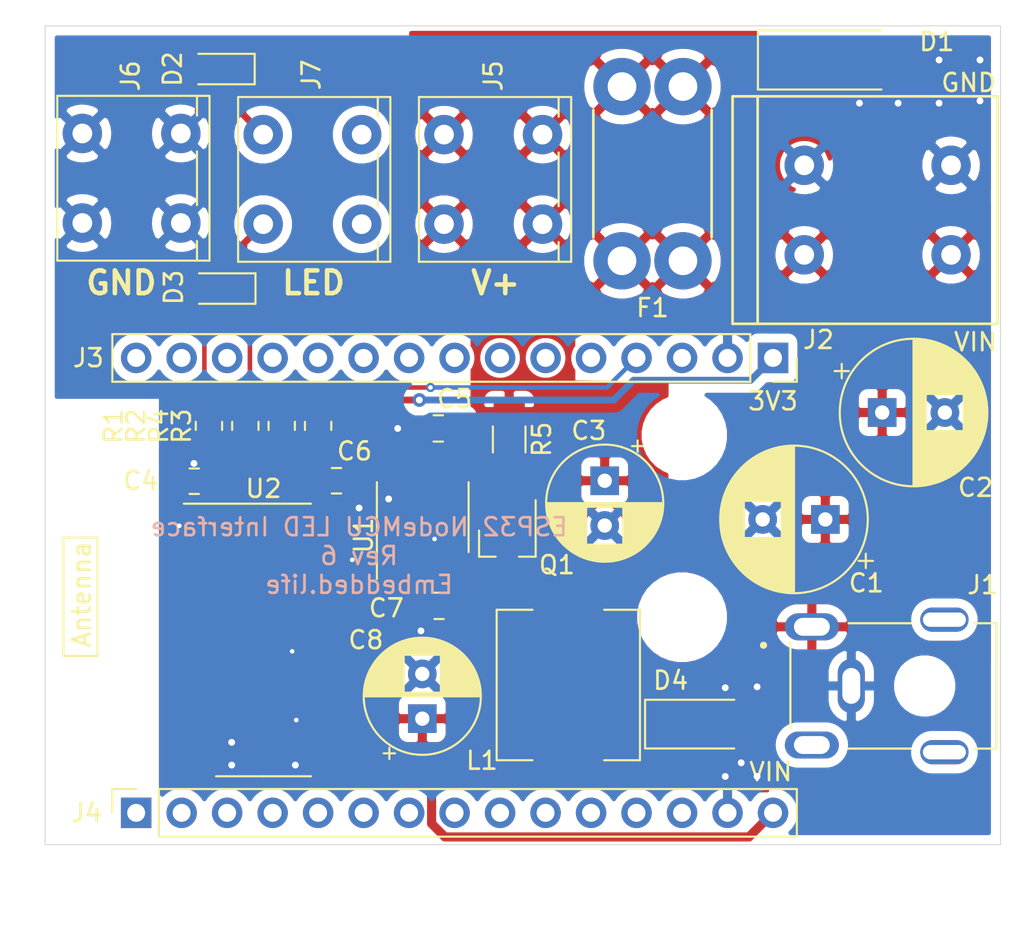
<source format=kicad_pcb>
(kicad_pcb (version 20171130) (host pcbnew "(5.1.12)-1")
  (layers (0 F.Cu signal) (31 B.Cu signal) (34 B.Paste user) (35 F.Paste user) (36 B.SilkS user) (37 F.SilkS user) (38 B.Mask user) (39 F.Mask user) (44 Edge.Cuts user))
  (net 0 "")
  (net 1 GND)
  (net 2 +12V)
  (net 3 +5V)
  (net 4 +3V3)
  (net 5 /LED_CHAN_0)
  (net 6 "Net-(R1-Pad1)")
  (net 7 "Net-(C1-Pad1)")
  (net 8 /LED_CHAN_0_5V_A)
  (net 9 /LED_CHAN_0_5V_B)
  (net 10 "Net-(R2-Pad1)")
  (net 11 "Net-(R3-Pad2)")
  (net 12 "Net-(R4-Pad2)")
  (net 13 "Net-(C7-Pad1)")
  (net 14 "Net-(D4-Pad1)")
  (net 15 "Net-(Q1-Pad1)")
  (net 16 "Net-(Q1-Pad2)")
  (module Capacitor_THT:CP_Radial_D8.0mm_P3.50mm (layer F.Cu) (at 138.176 125.73)
    (fp_text reference C2 (at 5.207 4.191) (layer F.SilkS))
    (fp_text value 470u)
    (pad 2 thru_hole circle (at 3.5 0) (size 1.6 1.6) (drill 0.8) (layers *.Cu *.Mask) (net 1 GND))
    (pad 1 thru_hole rect (at 0 0) (size 1.6 1.6) (drill 0.8) (layers *.Cu *.Mask) (net 7 "Net-(C1-Pad1)"))
  )
  (module Capacitor_THT:CP_Radial_D8.0mm_P3.50mm (layer F.Cu) (at 135.001 131.699 180)
    (fp_text reference C1 (at -2.286 -3.556) (layer F.SilkS))
    (fp_text value 470u)
    (pad 2 thru_hole circle (at 3.5 0 180) (size 1.6 1.6) (drill 0.8) (layers *.Cu *.Mask) (net 1 GND))
    (pad 1 thru_hole rect (at 0 0 180) (size 1.6 1.6) (drill 0.8) (layers *.Cu *.Mask) (net 7 "Net-(C1-Pad1)"))
  )
  (module Connector_PinSocket_2.54mm:PinSocket_1x15_P2.54mm_Vertical (layer F.Cu) (at 132.08 122.682 270)
    (fp_text reference J3 (at 0 38.227 180) (layer F.SilkS))
    (fp_text value Conn_01x15_Female)
    (pad 15 thru_hole oval (at 0 35.56 270) (size 1.7 1.7) (drill 1) (layers *.Cu *.Mask))
    (pad 14 thru_hole oval (at 0 33.02 270) (size 1.7 1.7) (drill 1) (layers *.Cu *.Mask))
    (pad 13 thru_hole oval (at 0 30.48 270) (size 1.7 1.7) (drill 1) (layers *.Cu *.Mask))
    (pad 12 thru_hole oval (at 0 27.94 270) (size 1.7 1.7) (drill 1) (layers *.Cu *.Mask))
    (pad 11 thru_hole oval (at 0 25.4 270) (size 1.7 1.7) (drill 1) (layers *.Cu *.Mask))
    (pad 10 thru_hole oval (at 0 22.86 270) (size 1.7 1.7) (drill 1) (layers *.Cu *.Mask))
    (pad 9 thru_hole oval (at 0 20.32 270) (size 1.7 1.7) (drill 1) (layers *.Cu *.Mask))
    (pad 8 thru_hole oval (at 0 17.78 270) (size 1.7 1.7) (drill 1) (layers *.Cu *.Mask))
    (pad 7 thru_hole oval (at 0 15.24 270) (size 1.7 1.7) (drill 1) (layers *.Cu *.Mask))
    (pad 6 thru_hole oval (at 0 12.7 270) (size 1.7 1.7) (drill 1) (layers *.Cu *.Mask))
    (pad 5 thru_hole oval (at 0 10.16 270) (size 1.7 1.7) (drill 1) (layers *.Cu *.Mask))
    (pad 4 thru_hole oval (at 0 7.62 270) (size 1.7 1.7) (drill 1) (layers *.Cu *.Mask) (net 5 /LED_CHAN_0))
    (pad 3 thru_hole oval (at 0 5.08 270) (size 1.7 1.7) (drill 1) (layers *.Cu *.Mask))
    (pad 2 thru_hole oval (at 0 2.54 270) (size 1.7 1.7) (drill 1) (layers *.Cu *.Mask) (net 1 GND))
    (pad 1 thru_hole rect (at 0 0 270) (size 1.7 1.7) (drill 1) (layers *.Cu *.Mask) (net 4 +3V3))
  )
  (module Package_SO:SO-24_5.3x15mm_P1.27mm (layer F.Cu) (at 103.632 138.43)
    (fp_text reference U2 (at 0 -8.45) (layer F.SilkS))
    (fp_text value 74LVC4245A)
    (pad 24 smd roundrect (at 3.4625 -6.985) (size 1.975 0.6) (layers F.Cu F.Paste F.Mask) (net 4 +3V3))
    (pad 23 smd roundrect (at 3.4625 -5.715) (size 1.975 0.6) (layers F.Cu F.Paste F.Mask))
    (pad 22 smd roundrect (at 3.4625 -4.445) (size 1.975 0.6) (layers F.Cu F.Paste F.Mask) (net 1 GND))
    (pad 21 smd roundrect (at 3.4625 -3.175) (size 1.975 0.6) (layers F.Cu F.Paste F.Mask) (net 11 "Net-(R3-Pad2)"))
    (pad 20 smd roundrect (at 3.4625 -1.905) (size 1.975 0.6) (layers F.Cu F.Paste F.Mask) (net 12 "Net-(R4-Pad2)"))
    (pad 19 smd roundrect (at 3.4625 -0.635) (size 1.975 0.6) (layers F.Cu F.Paste F.Mask) (net 1 GND))
    (pad 18 smd roundrect (at 3.4625 0.635) (size 1.975 0.6) (layers F.Cu F.Paste F.Mask) (net 1 GND))
    (pad 17 smd roundrect (at 3.4625 1.905) (size 1.975 0.6) (layers F.Cu F.Paste F.Mask) (net 1 GND))
    (pad 16 smd roundrect (at 3.4625 3.175) (size 1.975 0.6) (layers F.Cu F.Paste F.Mask) (net 1 GND))
    (pad 15 smd roundrect (at 3.4625 4.445) (size 1.975 0.6) (layers F.Cu F.Paste F.Mask) (net 1 GND))
    (pad 14 smd roundrect (at 3.4625 5.715) (size 1.975 0.6) (layers F.Cu F.Paste F.Mask) (net 1 GND))
    (pad 13 smd roundrect (at 3.4625 6.985) (size 1.975 0.6) (layers F.Cu F.Paste F.Mask) (net 1 GND))
    (pad 12 smd roundrect (at -3.4625 6.985) (size 1.975 0.6) (layers F.Cu F.Paste F.Mask) (net 1 GND))
    (pad 11 smd roundrect (at -3.4625 5.715) (size 1.975 0.6) (layers F.Cu F.Paste F.Mask) (net 1 GND))
    (pad 10 smd roundrect (at -3.4625 4.445) (size 1.975 0.6) (layers F.Cu F.Paste F.Mask))
    (pad 9 smd roundrect (at -3.4625 3.175) (size 1.975 0.6) (layers F.Cu F.Paste F.Mask))
    (pad 8 smd roundrect (at -3.4625 1.905) (size 1.975 0.6) (layers F.Cu F.Paste F.Mask))
    (pad 7 smd roundrect (at -3.4625 0.635) (size 1.975 0.6) (layers F.Cu F.Paste F.Mask))
    (pad 6 smd roundrect (at -3.4625 -0.635) (size 1.975 0.6) (layers F.Cu F.Paste F.Mask))
    (pad 5 smd roundrect (at -3.4625 -1.905) (size 1.975 0.6) (layers F.Cu F.Paste F.Mask))
    (pad 4 smd roundrect (at -3.4625 -3.175) (size 1.975 0.6) (layers F.Cu F.Paste F.Mask) (net 10 "Net-(R2-Pad1)"))
    (pad 3 smd roundrect (at -3.4625 -4.445) (size 1.975 0.6) (layers F.Cu F.Paste F.Mask) (net 6 "Net-(R1-Pad1)"))
    (pad 2 smd roundrect (at -3.4625 -5.715) (size 1.975 0.6) (layers F.Cu F.Paste F.Mask) (net 1 GND))
    (pad 1 smd roundrect (at -3.4625 -6.985) (size 1.975 0.6) (layers F.Cu F.Paste F.Mask) (net 3 +5V))
  )
  (module Capacitor_THT:CP_Radial_D6.3mm_P2.50mm (layer F.Cu) (at 112.4966 142.8242 90)
    (fp_text reference C8 (at 4.3942 -3.1496 180) (layer F.SilkS))
    (fp_text value 47u)
    (pad 2 thru_hole circle (at 2.5 0 90) (size 1.6 1.6) (drill 0.8) (layers *.Cu *.Mask) (net 1 GND))
    (pad 1 thru_hole rect (at 0 0 90) (size 1.6 1.6) (drill 0.8) (layers *.Cu *.Mask) (net 3 +5V))
  )
  (module Capacitor_THT:CP_Radial_D6.3mm_P2.50mm (layer F.Cu) (at 122.682 129.54 270)
    (fp_text reference C3 (at -2.794 0.889 180) (layer F.SilkS))
    (fp_text value 47u)
    (pad 2 thru_hole circle (at 2.5 0 270) (size 1.6 1.6) (drill 0.8) (layers *.Cu *.Mask) (net 1 GND))
    (pad 1 thru_hole rect (at 0 0 270) (size 1.6 1.6) (drill 0.8) (layers *.Cu *.Mask) (net 2 +12V))
  )
  (module Local_Lib:ETQ-P5M470YFM (layer F.Cu) (at 120.65 140.9446 270)
    (fp_text reference L1 (at 4.2164 4.826 180) (layer F.SilkS))
    (fp_text value 33uH)
    (pad 2 smd rect (at 3.2 0 270) (size 3.6 3.6) (layers F.Cu F.Paste F.Mask) (net 3 +5V))
    (pad 1 smd rect (at -3.2 0 270) (size 3.6 3.6) (layers F.Cu F.Paste F.Mask) (net 14 "Net-(D4-Pad1)"))
  )
  (module Capacitor_SMD:C_0805_2012Metric_Pad1.18x1.45mm_HandSolder (layer F.Cu) (at 113.4325 136.525 180)
    (fp_text reference C7 (at 2.9425 -0.127) (layer F.SilkS))
    (fp_text value .1u)
    (pad 2 smd roundrect (at 1.0375 0 180) (size 1.175 1.45) (layers F.Cu F.Paste F.Mask) (roundrect_rratio 0.212766) (net 1 GND))
    (pad 1 smd roundrect (at -1.0375 0 180) (size 1.175 1.45) (layers F.Cu F.Paste F.Mask) (roundrect_rratio 0.212766) (net 13 "Net-(C7-Pad1)"))
  )
  (module Diode_SMD:D_SOD-128 (layer F.Cu) (at 128.016 143.129)
    (fp_text reference D4 (at -1.651 -2.4384) (layer F.SilkS))
    (fp_text value ‎PMEG6030EVPX‎)
    (pad 2 smd rect (at 2.2 0) (size 1.4 2.1) (layers F.Cu F.Paste F.Mask) (net 1 GND))
    (pad 1 smd rect (at -2.2 0) (size 1.4 2.1) (layers F.Cu F.Paste F.Mask) (net 14 "Net-(D4-Pad1)"))
  )
  (module Package_TO_SOT_SMD:SOT-23_Handsoldering (layer F.Cu) (at 117.2464 133.0198 270)
    (fp_text reference Q1 (at 1.2192 -2.7686) (layer F.SilkS))
    (fp_text value Q_PMOS_GSD)
    (pad 3 smd rect (at 1.5 0 270) (size 1.9 0.8) (layers F.Cu F.Paste F.Mask) (net 14 "Net-(D4-Pad1)"))
    (pad 2 smd rect (at -1.5 0.95 270) (size 1.9 0.8) (layers F.Cu F.Paste F.Mask) (net 16 "Net-(Q1-Pad2)"))
    (pad 1 smd rect (at -1.5 -0.95 270) (size 1.9 0.8) (layers F.Cu F.Paste F.Mask) (net 15 "Net-(Q1-Pad1)"))
  )
  (module Resistor_SMD:R_1206_3216Metric_Pad1.30x1.75mm_HandSolder (layer F.Cu) (at 117.348 127.2292 270)
    (fp_text reference R5 (at 0 -1.82 90) (layer F.SilkS))
    (fp_text value 50m)
    (pad 2 smd roundrect (at 1.55 0 270) (size 1.3 1.75) (layers F.Cu F.Paste F.Mask) (roundrect_rratio 0.192308) (net 16 "Net-(Q1-Pad2)"))
    (pad 1 smd roundrect (at -1.55 0 270) (size 1.3 1.75) (layers F.Cu F.Paste F.Mask) (roundrect_rratio 0.192308) (net 2 +12V))
  )
  (module Package_SO:SO-8_3.9x4.9mm_P1.27mm (layer F.Cu) (at 112.522 131.572 90)
    (fp_text reference U1 (at -1.016 -3.302 90) (layer F.SilkS))
    (fp_text value MAX1626)
    (pad 8 smd roundrect (at 2.575 -1.905 90) (size 1.75 0.6) (layers F.Cu F.Paste F.Mask) (net 1 GND))
    (pad 7 smd roundrect (at 2.575 -0.635 90) (size 1.75 0.6) (layers F.Cu F.Paste F.Mask) (net 15 "Net-(Q1-Pad1)"))
    (pad 6 smd roundrect (at 2.575 0.635 90) (size 1.75 0.6) (layers F.Cu F.Paste F.Mask) (net 16 "Net-(Q1-Pad2)"))
    (pad 5 smd roundrect (at 2.575 1.905 90) (size 1.75 0.6) (layers F.Cu F.Paste F.Mask) (net 2 +12V))
    (pad 4 smd roundrect (at -2.575 1.905 90) (size 1.75 0.6) (layers F.Cu F.Paste F.Mask) (net 13 "Net-(C7-Pad1)"))
    (pad 3 smd roundrect (at -2.575 0.635 90) (size 1.75 0.6) (layers F.Cu F.Paste F.Mask) (net 1 GND))
    (pad 2 smd roundrect (at -2.575 -0.635 90) (size 1.75 0.6) (layers F.Cu F.Paste F.Mask) (net 2 +12V))
    (pad 1 smd roundrect (at -2.575 -1.905 90) (size 1.75 0.6) (layers F.Cu F.Paste F.Mask) (net 3 +5V))
  )
  (module Resistor_SMD:R_0805_2012Metric_Pad1.20x1.40mm_HandSolder (layer F.Cu) (at 104.648 126.476 270)
    (fp_text reference R4 (at 0.016 6.858 90) (layer F.SilkS))
    (fp_text value 1k)
    (pad 2 smd roundrect (at 1 0 270) (size 1.2 1.4) (layers F.Cu F.Paste F.Mask) (roundrect_rratio 0.208333) (net 12 "Net-(R4-Pad2)"))
    (pad 1 smd roundrect (at -1 0 270) (size 1.2 1.4) (layers F.Cu F.Paste F.Mask) (roundrect_rratio 0.208333) (net 5 /LED_CHAN_0))
  )
  (module Resistor_SMD:R_0805_2012Metric_Pad1.20x1.40mm_HandSolder (layer F.Cu) (at 106.68 126.476 270)
    (fp_text reference R3 (at 0.016 7.62 90) (layer F.SilkS))
    (fp_text value 1k)
    (pad 2 smd roundrect (at 1 0 270) (size 1.2 1.4) (layers F.Cu F.Paste F.Mask) (roundrect_rratio 0.208333) (net 11 "Net-(R3-Pad2)"))
    (pad 1 smd roundrect (at -1 0 270) (size 1.2 1.4) (layers F.Cu F.Paste F.Mask) (roundrect_rratio 0.208333) (net 5 /LED_CHAN_0))
  )
  (module Resistor_SMD:R_0805_2012Metric_Pad1.20x1.40mm_HandSolder (layer F.Cu) (at 100.584 126.476 90)
    (fp_text reference R1 (at -0.016 -5.334 90) (layer F.SilkS))
    (fp_text value 62)
    (pad 2 smd roundrect (at 1 0 90) (size 1.2 1.4) (layers F.Cu F.Paste F.Mask) (roundrect_rratio 0.208333) (net 8 /LED_CHAN_0_5V_A))
    (pad 1 smd roundrect (at -1 0 90) (size 1.2 1.4) (layers F.Cu F.Paste F.Mask) (roundrect_rratio 0.208333) (net 6 "Net-(R1-Pad1)"))
  )
  (module Capacitor_SMD:C_0805_2012Metric_Pad1.18x1.45mm_HandSolder (layer F.Cu) (at 113.3895 126.619 180)
    (fp_text reference C5 (at -0.9105 1.651) (layer F.SilkS))
    (fp_text value .47u)
    (pad 2 smd roundrect (at 1.0375 0 180) (size 1.175 1.45) (layers F.Cu F.Paste F.Mask) (roundrect_rratio 0.212766) (net 1 GND))
    (pad 1 smd roundrect (at -1.0375 0 180) (size 1.175 1.45) (layers F.Cu F.Paste F.Mask) (roundrect_rratio 0.212766) (net 2 +12V))
  )
  (module Resistor_SMD:R_0805_2012Metric_Pad1.20x1.40mm_HandSolder (layer F.Cu) (at 102.616 126.476 90)
    (fp_text reference R2 (at -0.016 -6.096 90) (layer F.SilkS))
    (fp_text value 62)
    (pad 2 smd roundrect (at 1 0 90) (size 1.2 1.4) (layers F.Cu F.Paste F.Mask) (roundrect_rratio 0.208333) (net 9 /LED_CHAN_0_5V_B))
    (pad 1 smd roundrect (at -1 0 90) (size 1.2 1.4) (layers F.Cu F.Paste F.Mask) (roundrect_rratio 0.208333) (net 10 "Net-(R2-Pad1)"))
  )
  (module Diode_SMD:D_SOD-323_HandSoldering (layer F.Cu) (at 101.239 106.553 180)
    (fp_text reference D2 (at 2.687 0 90) (layer F.SilkS))
    (fp_text value D_TVS)
    (pad 2 smd rect (at 1.25 0 180) (size 1 1) (layers F.Cu F.Paste F.Mask) (net 1 GND))
    (pad 1 smd rect (at -1.25 0 180) (size 1 1) (layers F.Cu F.Paste F.Mask) (net 8 /LED_CHAN_0_5V_A))
  )
  (module Local_Lib:1825960000 (layer F.Cu) (at 106.3625 112.7125 270)
    (fp_text reference J7 (at -5.842 0.0635 90) (layer F.SilkS))
    (fp_text value Screw_Terminal_01x02)
    (pad 1 thru_hole circle (at -2.5 2.75 270) (size 2.2 2.2) (drill 1.1) (layers *.Cu *.Mask) (net 8 /LED_CHAN_0_5V_A))
    (pad 1 thru_hole circle (at -2.5 -2.75 270) (size 2.2 2.2) (drill 1.1) (layers *.Cu *.Mask) (net 8 /LED_CHAN_0_5V_A))
    (pad 2 thru_hole circle (at 2.5 2.75 270) (size 2.2 2.2) (drill 1.1) (layers *.Cu *.Mask) (net 9 /LED_CHAN_0_5V_B))
    (pad 2 thru_hole circle (at 2.5 -2.75 270) (size 2.2 2.2) (drill 1.1) (layers *.Cu *.Mask) (net 9 /LED_CHAN_0_5V_B))
  )
  (module Local_Lib:1825960000 (layer F.Cu) (at 96.266 112.649 270)
    (fp_text reference J6 (at -5.715 0.0635 90) (layer F.SilkS))
    (fp_text value Screw_Terminal_01x02)
    (pad 1 thru_hole circle (at -2.5 2.75 270) (size 2.2 2.2) (drill 1.1) (layers *.Cu *.Mask) (net 1 GND))
    (pad 1 thru_hole circle (at -2.5 -2.75 270) (size 2.2 2.2) (drill 1.1) (layers *.Cu *.Mask) (net 1 GND))
    (pad 2 thru_hole circle (at 2.5 2.75 270) (size 2.2 2.2) (drill 1.1) (layers *.Cu *.Mask) (net 1 GND))
    (pad 2 thru_hole circle (at 2.5 -2.75 270) (size 2.2 2.2) (drill 1.1) (layers *.Cu *.Mask) (net 1 GND))
  )
  (module Local_Lib:1825960000 (layer F.Cu) (at 116.459 112.7125 270)
    (fp_text reference J5 (at -5.7785 0 90) (layer F.SilkS))
    (fp_text value Screw_Terminal_01x02)
    (pad 1 thru_hole circle (at -2.5 2.75 270) (size 2.2 2.2) (drill 1.1) (layers *.Cu *.Mask) (net 2 +12V))
    (pad 1 thru_hole circle (at -2.5 -2.75 270) (size 2.2 2.2) (drill 1.1) (layers *.Cu *.Mask) (net 2 +12V))
    (pad 2 thru_hole circle (at 2.5 2.75 270) (size 2.2 2.2) (drill 1.1) (layers *.Cu *.Mask) (net 2 +12V))
    (pad 2 thru_hole circle (at 2.5 -2.75 270) (size 2.2 2.2) (drill 1.1) (layers *.Cu *.Mask) (net 2 +12V))
  )
  (module Local_Lib:CUI_PJ-047AH (layer F.Cu) (at 138.7988 140.9954)
    (fp_text reference J1 (at 4.9906 -5.6388) (layer F.SilkS) (effects (font (size 1.00052 1.00052))))
    (fp_text value Barrel_Jack)
    (pad 1 thru_hole oval (at -4.55 -3.3) (size 3.016 1.508) (drill oval 2 1) (layers *.Cu *.Mask) (net 7 "Net-(C1-Pad1)"))
    (pad 3 thru_hole oval (at -4.55 3.3) (size 3.016 1.508) (drill oval 2 1) (layers *.Cu *.Mask))
    (pad 2 thru_hole oval (at -2.35 0) (size 1.508 3.016) (drill oval 1 2) (layers *.Cu *.Mask) (net 1 GND))
    (pad 5 thru_hole oval (at 2.85 3.7) (size 2.7 1.35) (drill oval 2.4 0.8) (layers *.Cu *.Mask))
    (pad 6 thru_hole oval (at 2.85 -3.7) (size 2.7 1.35) (drill oval 2.4 0.8) (layers *.Cu *.Mask))
    (pad None np_thru_hole circle (at 1.75 0) (size 2.4 2.4) (drill 2.4) (layers *.Cu *.Mask))
  )
  (module local_footprints:3557_mini_fuse (layer F.Cu) (at 125.349 112.395 270)
    (fp_text reference F1 (at 7.493 0 180) (layer F.SilkS))
    (fp_text value Fuse)
    (pad 2 thru_hole circle (at 4.8641 1.7018 270) (size 3.2004 3.2004) (drill 1.6002) (layers *.Cu *.Mask) (net 7 "Net-(C1-Pad1)"))
    (pad 2 thru_hole circle (at 4.8641 -1.7018 270) (size 3.2004 3.2004) (drill 1.6002) (layers *.Cu *.Mask) (net 7 "Net-(C1-Pad1)"))
    (pad 1 thru_hole circle (at -4.8641 1.7018 270) (size 3.2004 3.2004) (drill 1.6002) (layers *.Cu *.Mask) (net 2 +12V))
    (pad 1 thru_hole circle (at -4.8641 -1.7018 270) (size 3.2004 3.2004) (drill 1.6002) (layers *.Cu *.Mask) (net 2 +12V))
  )
  (module Capacitor_SMD:C_0805_2012Metric_Pad1.15x1.40mm_HandSolder (layer F.Cu) (at 99.7622 129.5654)
    (fp_text reference C4 (at -2.9882 -0.0254) (layer F.SilkS))
    (fp_text value .1u)
    (pad 2 smd roundrect (at 1.025 0) (size 1.15 1.4) (layers F.Cu F.Paste F.Mask) (roundrect_rratio 0.217391) (net 1 GND))
    (pad 1 smd roundrect (at -1.025 0) (size 1.15 1.4) (layers F.Cu F.Paste F.Mask) (roundrect_rratio 0.217391) (net 3 +5V))
  )
  (module Capacitor_SMD:C_0805_2012Metric_Pad1.15x1.40mm_HandSolder (layer F.Cu) (at 107.705 129.54)
    (fp_text reference C6 (at 1.007 -1.651) (layer F.SilkS))
    (fp_text value .1u)
    (pad 2 smd roundrect (at 1.025 0) (size 1.15 1.4) (layers F.Cu F.Paste F.Mask) (roundrect_rratio 0.217391) (net 1 GND))
    (pad 1 smd roundrect (at -1.025 0) (size 1.15 1.4) (layers F.Cu F.Paste F.Mask) (roundrect_rratio 0.217391) (net 4 +3V3))
  )
  (module MountingHole:MountingHole_4mm (layer F.Cu) (at 127 127)
    (fp_text reference H2 hide)
    (fp_text value MountingHole)
    (pad 1 np_thru_hole circle (at 0 0) (size 4 4) (drill 4) (layers *.Cu *.Mask))
  )
  (module MountingHole:MountingHole_4mm (layer F.Cu) (at 127 137.16)
    (fp_text reference H1 hide)
    (fp_text value MountingHole)
    (pad 1 np_thru_hole circle (at 0 0) (size 4 4) (drill 4) (layers *.Cu *.Mask))
  )
  (module Diode_SMD:D_SOD-323_HandSoldering (layer F.Cu) (at 101.2825 118.8085 180)
    (fp_text reference D3 (at 2.667 0.0635 90) (layer F.SilkS))
    (fp_text value D_TVS)
    (pad 2 smd rect (at 1.25 0 180) (size 1 1) (layers F.Cu F.Paste F.Mask) (net 1 GND))
    (pad 1 smd rect (at -1.25 0 180) (size 1 1) (layers F.Cu F.Paste F.Mask) (net 9 /LED_CHAN_0_5V_B))
  )
  (module local_footprints:1330180000 (layer F.Cu) (at 137.922 114.427 90)
    (fp_text reference J2 (at -7.239 -3.302 180) (layer F.SilkS))
    (fp_text value Screw_Terminal_01x02)
    (pad 2 thru_hole circle (at 2.5 4.1 90) (size 2.2 2.2) (drill 1.1) (layers *.Cu *.Mask) (net 1 GND))
    (pad 2 thru_hole circle (at 2.5 -4.1 90) (size 2.2 2.2) (drill 1.1) (layers *.Cu *.Mask) (net 1 GND))
    (pad 1 thru_hole circle (at -2.5 4.1 90) (size 2.2 2.2) (drill 1.1) (layers *.Cu *.Mask) (net 7 "Net-(C1-Pad1)"))
    (pad 1 thru_hole circle (at -2.5 -4.1 90) (size 2.2 2.2) (drill 1.1) (layers *.Cu *.Mask) (net 7 "Net-(C1-Pad1)"))
  )
  (module Diode_SMD:D_SMA_Handsoldering (layer F.Cu) (at 135.636 106.045)
    (fp_text reference D1 (at 5.588 -1.016) (layer F.SilkS))
    (fp_text value D_TVS)
    (pad 2 smd rect (at 2.5 0) (size 3.5 1.8) (layers F.Cu F.Paste F.Mask) (net 1 GND))
    (pad 1 smd rect (at -2.5 0) (size 3.5 1.8) (layers F.Cu F.Paste F.Mask) (net 2 +12V))
  )
  (module Connector_PinSocket_2.54mm:PinSocket_1x15_P2.54mm_Vertical (layer F.Cu) (at 96.52 148.082 90)
    (fp_text reference J4 (at 0 -2.77 180) (layer F.SilkS))
    (fp_text value Conn_01x15_Female)
    (pad 15 thru_hole oval (at 0 35.56 90) (size 1.7 1.7) (drill 1) (layers *.Cu *.Mask) (net 3 +5V))
    (pad 14 thru_hole oval (at 0 33.02 90) (size 1.7 1.7) (drill 1) (layers *.Cu *.Mask) (net 1 GND))
    (pad 13 thru_hole oval (at 0 30.48 90) (size 1.7 1.7) (drill 1) (layers *.Cu *.Mask))
    (pad 12 thru_hole oval (at 0 27.94 90) (size 1.7 1.7) (drill 1) (layers *.Cu *.Mask))
    (pad 11 thru_hole oval (at 0 25.4 90) (size 1.7 1.7) (drill 1) (layers *.Cu *.Mask))
    (pad 10 thru_hole oval (at 0 22.86 90) (size 1.7 1.7) (drill 1) (layers *.Cu *.Mask))
    (pad 9 thru_hole oval (at 0 20.32 90) (size 1.7 1.7) (drill 1) (layers *.Cu *.Mask))
    (pad 8 thru_hole oval (at 0 17.78 90) (size 1.7 1.7) (drill 1) (layers *.Cu *.Mask))
    (pad 7 thru_hole oval (at 0 15.24 90) (size 1.7 1.7) (drill 1) (layers *.Cu *.Mask))
    (pad 6 thru_hole oval (at 0 12.7 90) (size 1.7 1.7) (drill 1) (layers *.Cu *.Mask))
    (pad 5 thru_hole oval (at 0 10.16 90) (size 1.7 1.7) (drill 1) (layers *.Cu *.Mask))
    (pad 4 thru_hole oval (at 0 7.62 90) (size 1.7 1.7) (drill 1) (layers *.Cu *.Mask))
    (pad 3 thru_hole oval (at 0 5.08 90) (size 1.7 1.7) (drill 1) (layers *.Cu *.Mask))
    (pad 2 thru_hole oval (at 0 2.54 90) (size 1.7 1.7) (drill 1) (layers *.Cu *.Mask))
    (pad 1 thru_hole rect (at 0 0 90) (size 1.7 1.7) (drill 1) (layers *.Cu *.Mask))
  )
  (gr_text VIN (at 143.383 121.793) (layer F.SilkS) (effects (font (size 1 1))))
  (gr_text "ESP32 NodeMCU LED Interface\nRev 6\nEmbedded.life" (at 108.966 133.731) (layer B.SilkS) (effects (font (size 1 1)) (justify mirror)))
  (gr_text LED (at 106.426 118.491) (layer F.SilkS) (effects (font (size 1.27 1.27) (thickness 0.254))))
  (gr_text GND (at 143.002 107.315) (layer F.SilkS) (effects (font (size 1 1))))
  (gr_line (start 92.456 139.319) (end 92.456 132.715) (layer F.SilkS) (width 0.12))
  (gr_line (start 94.361 139.319) (end 92.456 139.319) (layer F.SilkS) (width 0.12))
  (gr_line (start 94.361 132.715) (end 94.361 139.319) (layer F.SilkS) (width 0.12))
  (gr_line (start 92.456 132.715) (end 94.361 132.715) (layer F.SilkS) (width 0.12))
  (gr_text V+ (at 116.586 118.491) (layer F.SilkS) (effects (font (size 1.27 1.27) (thickness 0.254))))
  (gr_text GND (at 95.6945 118.491) (layer F.SilkS) (effects (font (size 1.27 1.27) (thickness 0.254))))
  (gr_text 3V3 (at 132.08 125.095) (layer F.SilkS) (effects (font (size 1 1))))
  (gr_text VIN (at 131.953 145.796) (layer F.SilkS) (effects (font (size 1 1))))
  (gr_text Antenna (at 93.472 135.89 90) (layer F.SilkS) (effects (font (size 1 1))))
  (gr_line (start 91.44 104.14) (end 91.44 149.86) (layer Edge.Cuts) (width 0.05))
  (gr_line (start 144.78 104.14) (end 91.44 104.14) (layer Edge.Cuts) (width 0.05))
  (gr_line (start 144.78 149.86) (end 144.78 104.14) (layer Edge.Cuts) (width 0.05))
  (gr_line (start 91.44 149.86) (end 144.78 149.86) (layer Edge.Cuts) (width 0.05))
  (via (at 141.351 106.045) (size 0.762) (drill 0.381) (layers F.Cu B.Cu) (net 1))
  (via (at 143.637 106.045) (size 0.762) (drill 0.381) (layers F.Cu B.Cu) (net 1))
  (via (at 143.637 108.331) (size 0.762) (drill 0.381) (layers F.Cu B.Cu) (net 1))
  (via (at 141.351 108.458) (size 0.762) (drill 0.381) (layers F.Cu B.Cu) (net 1))
  (via (at 139.065 108.458) (size 0.762) (drill 0.381) (layers F.Cu B.Cu) (net 1))
  (via (at 136.906 108.458) (size 0.762) (drill 0.381) (layers F.Cu B.Cu) (net 1))
  (segment (start 99.989 109.176) (end 99.016 110.149) (width 0.381) (layer F.Cu) (net 1))
  (segment (start 99.989 106.553) (end 99.989 109.176) (width 0.381) (layer F.Cu) (net 1))
  (segment (start 100.0325 116.1655) (end 99.016 115.149) (width 0.381) (layer F.Cu) (net 1))
  (segment (start 100.0325 118.8085) (end 100.0325 116.1655) (width 0.381) (layer F.Cu) (net 1))
  (segment (start 108.73 130.828) (end 108.966 131.064) (width 0.381) (layer F.Cu) (net 1))
  (via (at 108.966 131.064) (size 0.762) (drill 0.381) (layers F.Cu B.Cu) (net 1))
  (segment (start 108.73 129.54) (end 108.73 130.828) (width 0.381) (layer F.Cu) (net 1))
  (via (at 111.125 126.619) (size 0.762) (drill 0.381) (layers F.Cu B.Cu) (net 1))
  (segment (start 112.352 126.619) (end 111.125 126.619) (width 0.381) (layer F.Cu) (net 1))
  (via (at 110.617 130.556) (size 0.762) (drill 0.381) (layers F.Cu B.Cu) (net 1))
  (segment (start 110.617 128.997) (end 110.617 130.556) (width 0.381) (layer F.Cu) (net 1))
  (via (at 101.854 144.145) (size 0.762) (drill 0.381) (layers F.Cu B.Cu) (net 1))
  (segment (start 100.1695 144.145) (end 101.854 144.145) (width 0.381) (layer F.Cu) (net 1))
  (via (at 101.854 145.415) (size 0.762) (drill 0.381) (layers F.Cu B.Cu) (net 1))
  (segment (start 100.1695 145.415) (end 101.854 145.415) (width 0.381) (layer F.Cu) (net 1))
  (via (at 105.41 145.415) (size 0.762) (drill 0.381) (layers F.Cu B.Cu) (net 1))
  (segment (start 107.0945 145.415) (end 105.41 145.415) (width 0.381) (layer F.Cu) (net 1))
  (via (at 112.4204 137.922) (size 0.762) (drill 0.381) (layers F.Cu B.Cu) (net 1))
  (segment (start 112.395 137.8966) (end 112.4204 137.922) (width 0.381) (layer F.Cu) (net 1))
  (segment (start 112.395 136.525) (end 112.395 137.8966) (width 0.381) (layer F.Cu) (net 1))
  (via (at 113.1824 132.7912) (size 0.508) (drill 0.254) (layers F.Cu B.Cu) (net 1))
  (segment (start 113.157 132.8166) (end 113.1824 132.7912) (width 0.254) (layer F.Cu) (net 1))
  (segment (start 113.157 134.147) (end 113.157 132.8166) (width 0.254) (layer F.Cu) (net 1))
  (via (at 108.585 133.9596) (size 0.508) (drill 0.254) (layers F.Cu B.Cu) (net 1))
  (segment (start 108.5596 133.985) (end 108.585 133.9596) (width 0.254) (layer F.Cu) (net 1))
  (segment (start 107.0945 133.985) (end 108.5596 133.985) (width 0.254) (layer F.Cu) (net 1))
  (via (at 98.933 132.0546) (size 0.508) (drill 0.254) (layers F.Cu B.Cu) (net 1))
  (segment (start 99.5934 132.715) (end 98.933 132.0546) (width 0.254) (layer F.Cu) (net 1))
  (segment (start 100.1695 132.715) (end 99.5934 132.715) (width 0.254) (layer F.Cu) (net 1))
  (via (at 99.7458 128.5748) (size 0.762) (drill 0.381) (layers F.Cu B.Cu) (net 1))
  (segment (start 100.7364 129.5654) (end 99.7458 128.5748) (width 0.381) (layer F.Cu) (net 1))
  (segment (start 100.7872 129.5654) (end 100.7364 129.5654) (width 0.381) (layer F.Cu) (net 1))
  (segment (start 107.0945 137.795) (end 105.918 137.795) (width 0.254) (layer F.Cu) (net 1))
  (via (at 105.2322 139.065) (size 0.508) (drill 0.254) (layers F.Cu B.Cu) (net 1))
  (segment (start 105.2322 138.4808) (end 105.2322 139.065) (width 0.254) (layer F.Cu) (net 1))
  (segment (start 105.918 137.795) (end 105.2322 138.4808) (width 0.254) (layer F.Cu) (net 1))
  (segment (start 107.0945 139.065) (end 105.2322 139.065) (width 0.254) (layer F.Cu) (net 1))
  (segment (start 107.0945 140.335) (end 105.8926 140.335) (width 0.254) (layer F.Cu) (net 1))
  (segment (start 105.2322 139.6746) (end 105.2322 139.065) (width 0.254) (layer F.Cu) (net 1))
  (segment (start 105.8926 140.335) (end 105.2322 139.6746) (width 0.254) (layer F.Cu) (net 1))
  (via (at 105.4608 142.9004) (size 0.508) (drill 0.254) (layers F.Cu B.Cu) (net 1))
  (segment (start 105.4862 142.875) (end 105.4608 142.9004) (width 0.254) (layer F.Cu) (net 1))
  (segment (start 107.0945 142.875) (end 105.4862 142.875) (width 0.254) (layer F.Cu) (net 1))
  (segment (start 107.0945 141.605) (end 105.9942 141.605) (width 0.254) (layer F.Cu) (net 1))
  (segment (start 105.4608 142.1384) (end 105.4608 142.9004) (width 0.254) (layer F.Cu) (net 1))
  (segment (start 105.9942 141.605) (end 105.4608 142.1384) (width 0.254) (layer F.Cu) (net 1))
  (segment (start 107.0945 144.145) (end 105.9688 144.145) (width 0.254) (layer F.Cu) (net 1))
  (segment (start 105.4608 143.637) (end 105.4608 142.9004) (width 0.254) (layer F.Cu) (net 1))
  (segment (start 105.9688 144.145) (end 105.4608 143.637) (width 0.254) (layer F.Cu) (net 1))
  (via (at 129.413 146.05) (size 0.762) (drill 0.381) (layers F.Cu B.Cu) (net 1))
  (via (at 131.191 141.0462) (size 0.762) (drill 0.381) (layers F.Cu B.Cu) (net 1))
  (via (at 129.413 141.097) (size 0.762) (drill 0.381) (layers F.Cu B.Cu) (net 1))
  (via (at 131.191 146.05) (size 0.762) (drill 0.381) (layers F.Cu B.Cu) (net 1))
  (via (at 130.302 145.288) (size 0.762) (drill 0.381) (layers F.Cu B.Cu) (net 1))
  (segment (start 114.427 126.619) (end 114.427 128.997) (width 0.381) (layer F.Cu) (net 2))
  (segment (start 114.427 126.619) (end 115.4684 126.619) (width 0.381) (layer F.Cu) (net 2))
  (segment (start 111.887 134.147) (end 111.887 130.7338) (width 0.254) (layer F.Cu) (net 2))
  (segment (start 111.19641 130.04321) (end 111.19641 127.91919) (width 0.254) (layer F.Cu) (net 2))
  (segment (start 111.887 130.7338) (end 111.19641 130.04321) (width 0.254) (layer F.Cu) (net 2))
  (segment (start 111.19641 127.91919) (end 111.4552 127.6604) (width 0.254) (layer F.Cu) (net 2))
  (segment (start 113.3856 127.6604) (end 114.427 126.619) (width 0.254) (layer F.Cu) (net 2))
  (segment (start 111.4552 127.6604) (end 113.3856 127.6604) (width 0.254) (layer F.Cu) (net 2))
  (segment (start 109.04699 141.00019) (end 109.474 141.4272) (width 0.3048) (layer F.Cu) (net 3))
  (segment (start 98.93779 141.00019) (end 109.04699 141.00019) (width 0.3048) (layer F.Cu) (net 3))
  (segment (start 98.3742 140.4366) (end 98.93779 141.00019) (width 0.3048) (layer F.Cu) (net 3))
  (segment (start 98.3742 129.9284) (end 98.3742 140.4366) (width 0.3048) (layer F.Cu) (net 3))
  (segment (start 98.7372 129.5654) (end 98.3742 129.9284) (width 0.3048) (layer F.Cu) (net 3))
  (segment (start 98.7372 129.5654) (end 98.7372 129.5728) (width 0.381) (layer F.Cu) (net 3))
  (segment (start 100.1695 131.0051) (end 100.1695 131.445) (width 0.381) (layer F.Cu) (net 3))
  (segment (start 98.7372 129.5728) (end 100.1695 131.0051) (width 0.381) (layer F.Cu) (net 3))
  (segment (start 110.617 134.147) (end 110.617 141.3002) (width 0.381) (layer F.Cu) (net 3))
  (segment (start 132.08 148.082) (end 130.73341 149.42859) (width 0.508) (layer F.Cu) (net 3))
  (segment (start 113.759918 149.42859) (end 113.016401 148.685073) (width 0.508) (layer F.Cu) (net 3))
  (segment (start 130.73341 149.42859) (end 113.759918 149.42859) (width 0.508) (layer F.Cu) (net 3))
  (segment (start 113.016401 148.685073) (end 113.016401 146.596999) (width 0.508) (layer F.Cu) (net 3))
  (segment (start 132.08 122.682) (end 131.572 122.682) (width 0.3048) (layer F.Cu) (net 4))
  (segment (start 132.08 122.682) (end 131.8895 122.682) (width 0.381) (layer B.Cu) (net 4))
  (segment (start 107.0945 129.9545) (end 106.68 129.54) (width 0.381) (layer F.Cu) (net 4))
  (segment (start 107.0945 131.445) (end 107.0945 129.9545) (width 0.381) (layer F.Cu) (net 4))
  (via (at 112.331494 125.0315) (size 0.762) (drill 0.381) (layers F.Cu B.Cu) (net 4))
  (segment (start 123.19 125.0315) (end 112.331494 125.0315) (width 0.381) (layer B.Cu) (net 4))
  (segment (start 132.08 122.682) (end 130.8354 123.9266) (width 0.381) (layer B.Cu) (net 4))
  (segment (start 130.8354 123.9266) (end 124.2949 123.9266) (width 0.381) (layer B.Cu) (net 4))
  (segment (start 124.2949 123.9266) (end 123.19 125.0315) (width 0.381) (layer B.Cu) (net 4))
  (segment (start 106.68 129.54) (end 111.1885 125.0315) (width 0.381) (layer F.Cu) (net 4))
  (segment (start 111.1885 125.0315) (end 112.331494 125.0315) (width 0.381) (layer F.Cu) (net 4))
  (segment (start 106.68 125.476) (end 104.648 125.476) (width 0.254) (layer F.Cu) (net 5))
  (segment (start 106.68 124.876) (end 107.223 124.333) (width 0.254) (layer F.Cu) (net 5))
  (segment (start 106.68 125.476) (end 106.68 124.876) (width 0.254) (layer F.Cu) (net 5))
  (segment (start 107.223 124.333) (end 112.9538 124.333) (width 0.254) (layer F.Cu) (net 5))
  (segment (start 122.809 124.333) (end 112.9538 124.333) (width 0.254) (layer B.Cu) (net 5))
  (segment (start 124.46 122.682) (end 122.809 124.333) (width 0.254) (layer B.Cu) (net 5))
  (via (at 112.9538 124.333) (size 0.508) (drill 0.254) (layers F.Cu B.Cu) (net 5))
  (segment (start 100.584 127.476) (end 100.584 127.508) (width 0.254) (layer F.Cu) (net 6))
  (segment (start 100.584 127.508) (end 101.854 128.778) (width 0.254) (layer F.Cu) (net 6))
  (segment (start 101.854 128.778) (end 101.854 133.604) (width 0.254) (layer F.Cu) (net 6))
  (segment (start 101.473 133.985) (end 100.1695 133.985) (width 0.254) (layer F.Cu) (net 6))
  (segment (start 101.854 133.604) (end 101.473 133.985) (width 0.254) (layer F.Cu) (net 6))
  (segment (start 102.489 109.089) (end 103.6125 110.2125) (width 0.381) (layer F.Cu) (net 8))
  (segment (start 102.489 106.553) (end 102.489 109.089) (width 0.381) (layer F.Cu) (net 8))
  (segment (start 100.584 125.476) (end 100.33 125.222) (width 0.254) (layer F.Cu) (net 8))
  (segment (start 100.33 125.222) (end 100.33 120.777) (width 0.254) (layer F.Cu) (net 8))
  (segment (start 100.33 120.777) (end 101.346 119.761) (width 0.254) (layer F.Cu) (net 8))
  (segment (start 101.346 119.761) (end 101.346 107.061) (width 0.254) (layer F.Cu) (net 8))
  (segment (start 101.854 106.553) (end 102.489 106.553) (width 0.254) (layer F.Cu) (net 8))
  (segment (start 101.346 107.061) (end 101.854 106.553) (width 0.254) (layer F.Cu) (net 8))
  (segment (start 102.729401 118.814901) (end 102.723 118.8085) (width 0.254) (layer F.Cu) (net 9))
  (segment (start 102.5325 116.2925) (end 103.6125 115.2125) (width 0.381) (layer F.Cu) (net 9))
  (segment (start 102.5325 118.8085) (end 102.5325 116.2925) (width 0.381) (layer F.Cu) (net 9))
  (segment (start 102.87 125.222) (end 102.616 125.476) (width 0.254) (layer F.Cu) (net 9))
  (segment (start 102.87 119.146) (end 102.87 125.222) (width 0.254) (layer F.Cu) (net 9))
  (segment (start 102.5325 118.8085) (end 102.87 119.146) (width 0.254) (layer F.Cu) (net 9))
  (segment (start 102.616 127.476) (end 102.616 134.239) (width 0.254) (layer F.Cu) (net 10))
  (segment (start 101.6 135.255) (end 100.1695 135.255) (width 0.254) (layer F.Cu) (net 10))
  (segment (start 102.616 134.239) (end 101.6 135.255) (width 0.254) (layer F.Cu) (net 10))
  (segment (start 106.68 127.476) (end 106.68 127.635) (width 0.254) (layer F.Cu) (net 11))
  (segment (start 106.68 127.635) (end 105.537 128.778) (width 0.254) (layer F.Cu) (net 11))
  (segment (start 106.107 135.255) (end 107.0945 135.255) (width 0.254) (layer F.Cu) (net 11))
  (segment (start 105.537 134.685) (end 106.107 135.255) (width 0.254) (layer F.Cu) (net 11))
  (segment (start 105.537 128.778) (end 105.537 134.685) (width 0.254) (layer F.Cu) (net 11))
  (segment (start 106.107 136.525) (end 107.0945 136.525) (width 0.254) (layer F.Cu) (net 12))
  (segment (start 104.648 135.066) (end 106.107 136.525) (width 0.254) (layer F.Cu) (net 12))
  (segment (start 104.648 127.476) (end 104.648 135.066) (width 0.254) (layer F.Cu) (net 12))
  (segment (start 114.427 136.482) (end 114.47 136.525) (width 0.381) (layer F.Cu) (net 13))
  (segment (start 114.427 134.147) (end 114.427 136.482) (width 0.381) (layer F.Cu) (net 13))
  (segment (start 116.8488 132.8674) (end 118.1964 131.5198) (width 0.381) (layer F.Cu) (net 15))
  (segment (start 115.4176 132.8674) (end 116.8488 132.8674) (width 0.381) (layer F.Cu) (net 15))
  (segment (start 111.887 129.3368) (end 115.4176 132.8674) (width 0.381) (layer F.Cu) (net 15))
  (segment (start 111.887 128.997) (end 111.887 129.3368) (width 0.381) (layer F.Cu) (net 15))
  (segment (start 117.348 128.7792) (end 117.348 129.286) (width 0.508) (layer F.Cu) (net 16))
  (segment (start 116.2964 130.3376) (end 116.2964 131.5198) (width 0.508) (layer F.Cu) (net 16))
  (segment (start 117.348 129.286) (end 116.2964 130.3376) (width 0.508) (layer F.Cu) (net 16))
  (segment (start 116.4324 128.7792) (end 117.348 128.7792) (width 0.381) (layer F.Cu) (net 16))
  (segment (start 114.8334 130.3782) (end 116.4324 128.7792) (width 0.381) (layer F.Cu) (net 16))
  (segment (start 114.046 130.3782) (end 114.8334 130.3782) (width 0.381) (layer F.Cu) (net 16))
  (segment (start 113.157 129.4892) (end 114.046 130.3782) (width 0.381) (layer F.Cu) (net 16))
  (segment (start 113.157 128.997) (end 113.157 129.4892) (width 0.381) (layer F.Cu) (net 16))
  (zone (net 7) (net_name "Net-(C1-Pad1)") (layer F.Cu) (connect_pads (clearance 0.508)) (min_thickness 0.254) (fill yes (arc_segments 32) (thermal_gap 0.508) (thermal_bridge_width 0.508))
    (polygon (pts (xy 144.8054 139.827) (xy 131.7244 139.827) (xy 131.7244 120.904) (xy 121.5644 120.904) (xy 121.5644 113.919) (xy 144.8054 113.919)))
  )
  (zone (net 1) (net_name GND) (layer B.Cu) (connect_pads (clearance 0.508)) (min_thickness 0.254) (fill yes (arc_segments 32) (thermal_gap 0.508) (thermal_bridge_width 0.508))
    (polygon (pts (xy 144.78 149.86) (xy 97.79 149.86) (xy 97.79 124.968) (xy 91.44 124.968) (xy 91.44 104.14) (xy 144.78 104.14)))
  )
  (zone (net 1) (net_name GND) (layer F.Cu) (connect_pads (clearance 0.508)) (min_thickness 0.254) (fill yes (arc_segments 32) (thermal_gap 0.508) (thermal_bridge_width 0.508))
    (polygon (pts (xy 144.78 113.411) (xy 135.89 113.411) (xy 135.89 104.14) (xy 144.78 104.14)))
  )
  (zone (net 2) (net_name +12V) (layer F.Cu) (connect_pads (clearance 0.254)) (min_thickness 0.254) (fill yes (arc_segments 32) (thermal_gap 0.508) (thermal_bridge_width 0.508))
    (polygon (pts (xy 135.382 113.411) (xy 121.031 113.411) (xy 121.0437 123.9266) (xy 126.2507 124.0282) (xy 126.238 131.699) (xy 115.189 131.699) (xy 115.189 120.904) (xy 111.76 120.904) (xy 111.76 104.14) (xy 135.382 104.14)))
  )
  (zone (net 3) (net_name +5V) (layer F.Cu) (connect_pads (clearance 0.508)) (min_thickness 0.254) (fill yes (arc_segments 32) (thermal_gap 0.508) (thermal_bridge_width 0.508))
    (polygon (pts (xy 123.317 146.939) (xy 109.093 146.939) (xy 109.093 141.097) (xy 123.317 141.097)))
  )
  (zone (net 14) (net_name "Net-(D4-Pad1)") (layer F.Cu) (connect_pads (clearance 0.508)) (min_thickness 0.254) (fill yes (arc_segments 32) (thermal_gap 0.508) (thermal_bridge_width 0.508))
    (polygon (pts (xy 128.016 132.334) (xy 128.016 146.939) (xy 123.952 146.939) (xy 123.952 140.462) (xy 115.443 140.462) (xy 115.443 132.334)))
  )
  (zone (net 1) (net_name GND) (layer F.Cu) (connect_pads (clearance 0.254)) (min_thickness 0.254) (fill yes (arc_segments 32) (thermal_gap 0.508) (thermal_bridge_width 0.508))
    (polygon (pts (xy 131.8768 146.939) (xy 128.651 146.939) (xy 128.651 140.335) (xy 131.953 140.335)))
  )
)
</source>
